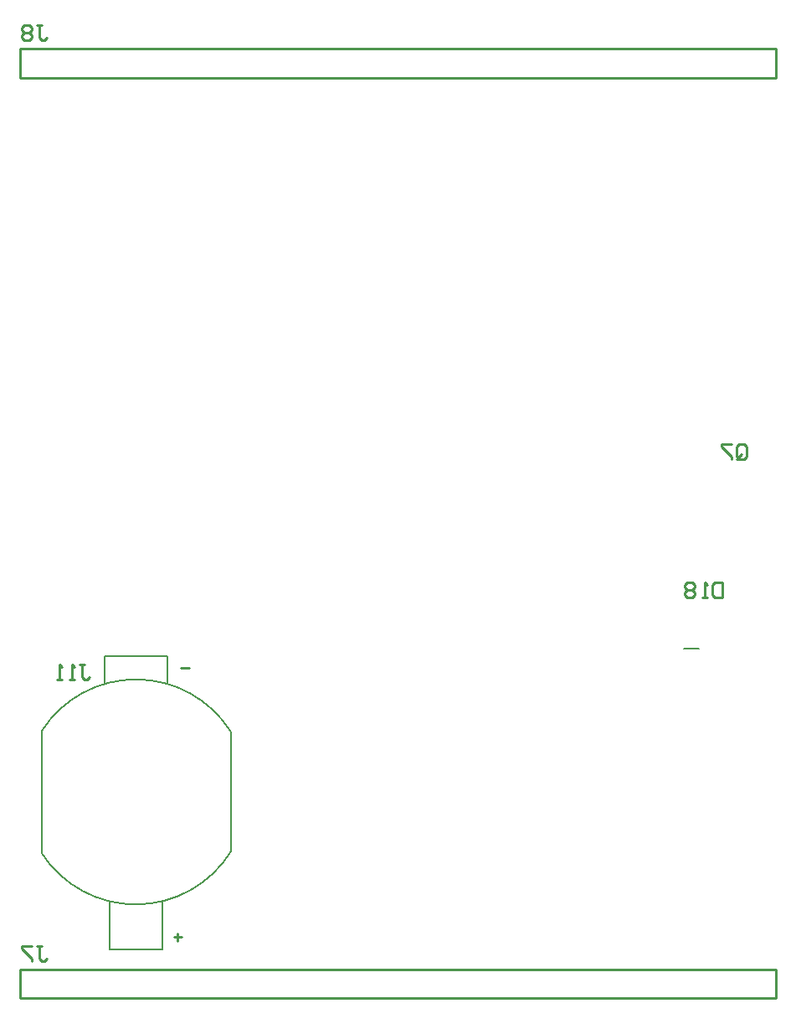
<source format=gbr>
%TF.GenerationSoftware,Altium Limited,Altium Designer,21.8.1 (53)*%
G04 Layer_Color=32896*
%FSLAX45Y45*%
%MOMM*%
%TF.SameCoordinates,BA403207-4E74-424F-88DB-B819054AD5B4*%
%TF.FilePolarity,Positive*%
%TF.FileFunction,Legend,Bot*%
%TF.Part,Single*%
G01*
G75*
%TA.AperFunction,NonConductor*%
%ADD79C,0.20000*%
%ADD80C,0.25400*%
D79*
X2950399Y-6748474D02*
G03*
X1040063Y-6737299I-958739J-604858D01*
G01*
X1037563Y-7975833D02*
G03*
X2951804Y-7958423I951597J616033D01*
G01*
X7529116Y-5907959D02*
X7686616D01*
X1721660Y-8951802D02*
Y-8461802D01*
X2256660Y-8951802D02*
Y-8461802D01*
X1671660Y-6263229D02*
Y-5983333D01*
X2306660Y-6263229D02*
Y-5983333D01*
X2951660Y-7958333D02*
X2951660Y-6750833D01*
X1037563Y-7975833D02*
X1037563Y-6740833D01*
X1721660Y-8951802D02*
X2256660D01*
X1671660Y-5983333D02*
X2306660D01*
D80*
X820500Y-9442500D02*
Y-9152500D01*
X8465500Y-9442500D02*
Y-9152500D01*
X820500Y-9442500D02*
X8465500D01*
X820500Y-9152500D02*
X8465500D01*
X821500Y-140000D02*
Y150000D01*
X8466500Y-140000D02*
Y150000D01*
X821500Y-140000D02*
X8466500D01*
X821500Y150000D02*
X8466500D01*
X2374599Y-8825291D02*
X2454573D01*
X2414585Y-8785304D02*
Y-8865278D01*
X2446424Y-6099985D02*
X2526398D01*
X7924180Y-5243649D02*
Y-5396000D01*
X7848005D01*
X7822613Y-5370608D01*
Y-5269041D01*
X7848005Y-5243649D01*
X7924180D01*
X7771829Y-5396000D02*
X7721046D01*
X7746437D01*
Y-5243649D01*
X7771829Y-5269041D01*
X7644870D02*
X7619479Y-5243649D01*
X7568695D01*
X7543303Y-5269041D01*
Y-5294433D01*
X7568695Y-5319825D01*
X7543303Y-5345216D01*
Y-5370608D01*
X7568695Y-5396000D01*
X7619479D01*
X7644870Y-5370608D01*
Y-5345216D01*
X7619479Y-5319825D01*
X7644870Y-5294433D01*
Y-5269041D01*
X7619479Y-5319825D02*
X7568695D01*
X1418010Y-6067088D02*
X1468794D01*
X1443402D01*
Y-6194047D01*
X1468794Y-6219439D01*
X1494185D01*
X1519577Y-6194047D01*
X1367227Y-6219439D02*
X1316443D01*
X1341835D01*
Y-6067088D01*
X1367227Y-6092480D01*
X1240268Y-6219439D02*
X1189484D01*
X1214876D01*
Y-6067088D01*
X1240268Y-6092480D01*
X8065463Y-3973147D02*
Y-3871580D01*
X8090855Y-3846188D01*
X8141638D01*
X8167030Y-3871580D01*
Y-3973147D01*
X8141638Y-3998539D01*
X8090855D01*
X8116247Y-3947755D02*
X8065463Y-3998539D01*
X8090855D02*
X8065463Y-3973147D01*
X8014679Y-3846188D02*
X7913112D01*
Y-3871580D01*
X8014679Y-3973147D01*
Y-3998539D01*
X987473Y390071D02*
X1038256D01*
X1012865D01*
Y263112D01*
X1038256Y237720D01*
X1063648D01*
X1089040Y263112D01*
X936689Y364679D02*
X911297Y390071D01*
X860514D01*
X835122Y364679D01*
Y339287D01*
X860514Y313895D01*
X835122Y288504D01*
Y263112D01*
X860514Y237720D01*
X911297D01*
X936689Y263112D01*
Y288504D01*
X911297Y313895D01*
X936689Y339287D01*
Y364679D01*
X911297Y313895D02*
X860514D01*
X984933Y-8911409D02*
X1035716D01*
X1010325D01*
Y-9038368D01*
X1035716Y-9063760D01*
X1061108D01*
X1086500Y-9038368D01*
X934149Y-8911409D02*
X832582D01*
Y-8936801D01*
X934149Y-9038368D01*
Y-9063760D01*
%TF.MD5,16b4e82f416b00eef43f876abffbf1d6*%
M02*

</source>
